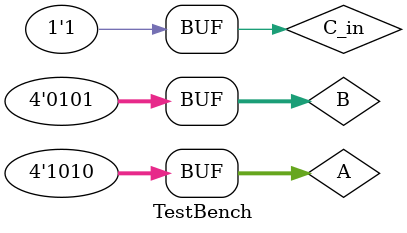
<source format=v>
`timescale 1ns/1ns

module TestBench;
  
  initial begin     
  $dumpfile("waveform.vcd");     
  $dumpvars(0,TestBench);   
  end
  
  
  reg [3:0] A;
  reg [3:0] B;
  reg C_in;
  
  wire [3:0] S;
  wire C_out;

  Adder adder(A, B, C_in, S, C_out);

  initial
  begin
		A = 4'b1010; 
		B = 4'b0101; 
		C_in = 1'b1;
  end  

endmodule



</source>
